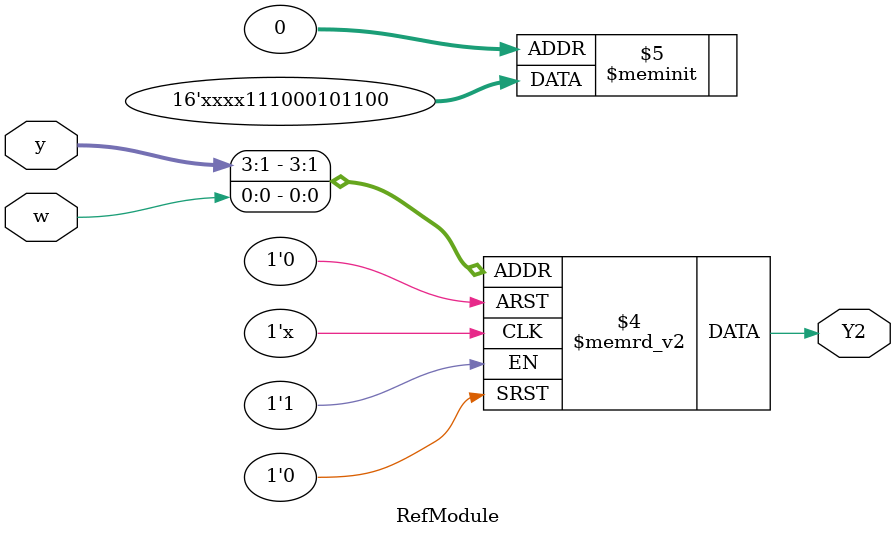
<source format=sv>

module RefModule (
  input [3:1] y,
  input w,
  output reg Y2
);

  always_comb begin
    case ({y, w})
      4'h0: Y2 = 1'b0;
      4'h1: Y2 = 1'b0;
      4'h2: Y2 = 1'b1;
      4'h3: Y2 = 1'b1;
      4'h4: Y2 = 1'b0;
      4'h5: Y2 = 1'b1;
      4'h6: Y2 = 1'b0;
      4'h7: Y2 = 1'b0;
      4'h8: Y2 = 1'b0;
      4'h9: Y2 = 1'b1;
      4'ha: Y2 = 1'b1;
      4'hb: Y2 = 1'b1;
      default: Y2 = 1'bx;
    endcase
  end

endmodule

</source>
